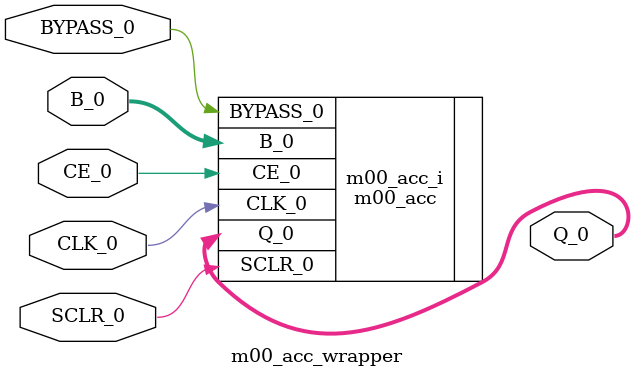
<source format=v>
`timescale 1 ps / 1 ps

module m00_acc_wrapper
   (BYPASS_0,
    B_0,
    CE_0,
    CLK_0,
    Q_0,
    SCLR_0);
  input BYPASS_0;
  input [7:0]B_0;
  input CE_0;
  input CLK_0;
  output [28:0]Q_0;
  input SCLR_0;

  wire BYPASS_0;
  wire [7:0]B_0;
  wire CE_0;
  wire CLK_0;
  wire [28:0]Q_0;
  wire SCLR_0;

  m00_acc m00_acc_i
       (.BYPASS_0(BYPASS_0),
        .B_0(B_0),
        .CE_0(CE_0),
        .CLK_0(CLK_0),
        .Q_0(Q_0),
        .SCLR_0(SCLR_0));
endmodule

</source>
